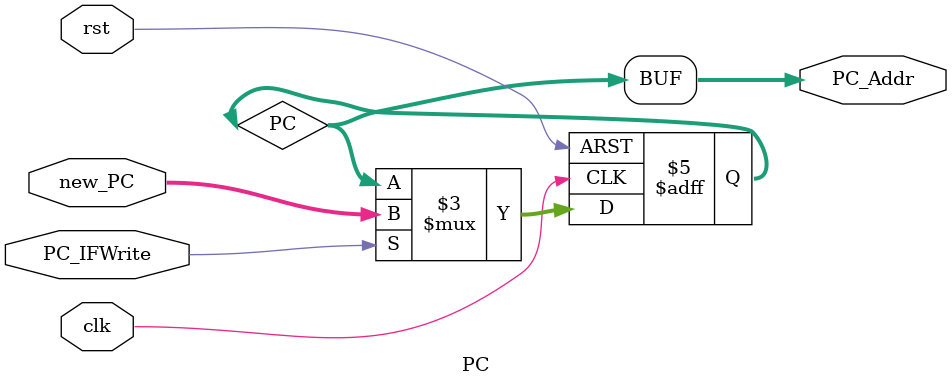
<source format=v>
module PC(
  input         clk,
  input  [31:0] new_PC,
  input         PC_IFWrite,//1:allow to write, 0:forbit to write
  input         rst,
  output [31:0] PC_Addr
  );
	reg [31:0] PC;
	
	always@(posedge clk or posedge rst)
	begin
	  if (rst)
	    begin
	      PC = 32'h0000_3000;
	    end
	  else
	    if (PC_IFWrite)
	    begin
	      PC = new_PC;
	      //$display("PC = %x", PC);
	    end  
	end
	assign PC_Addr = PC;
endmodule
	
	

</source>
